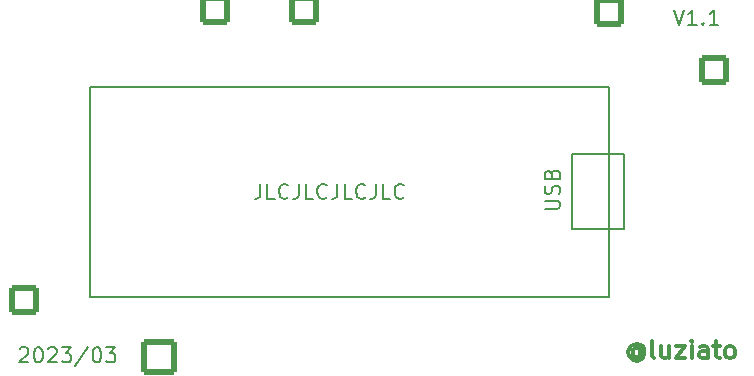
<source format=gbr>
%TF.GenerationSoftware,KiCad,Pcbnew,(7.0.0)*%
%TF.CreationDate,2023-03-08T14:36:46+01:00*%
%TF.ProjectId,booth fendi,626f6f74-6820-4666-956e-64692e6b6963,rev?*%
%TF.SameCoordinates,Original*%
%TF.FileFunction,Legend,Top*%
%TF.FilePolarity,Positive*%
%FSLAX46Y46*%
G04 Gerber Fmt 4.6, Leading zero omitted, Abs format (unit mm)*
G04 Created by KiCad (PCBNEW (7.0.0)) date 2023-03-08 14:36:46*
%MOMM*%
%LPD*%
G01*
G04 APERTURE LIST*
G04 Aperture macros list*
%AMRoundRect*
0 Rectangle with rounded corners*
0 $1 Rounding radius*
0 $2 $3 $4 $5 $6 $7 $8 $9 X,Y pos of 4 corners*
0 Add a 4 corners polygon primitive as box body*
4,1,4,$2,$3,$4,$5,$6,$7,$8,$9,$2,$3,0*
0 Add four circle primitives for the rounded corners*
1,1,$1+$1,$2,$3*
1,1,$1+$1,$4,$5*
1,1,$1+$1,$6,$7*
1,1,$1+$1,$8,$9*
0 Add four rect primitives between the rounded corners*
20,1,$1+$1,$2,$3,$4,$5,0*
20,1,$1+$1,$4,$5,$6,$7,0*
20,1,$1+$1,$6,$7,$8,$9,0*
20,1,$1+$1,$8,$9,$2,$3,0*%
G04 Aperture macros list end*
%ADD10C,0.177800*%
%ADD11C,0.299720*%
%ADD12C,0.150000*%
%ADD13RoundRect,0.249999X-1.025001X1.025001X-1.025001X-1.025001X1.025001X-1.025001X1.025001X1.025001X0*%
%ADD14C,2.550000*%
%ADD15RoundRect,0.249999X1.025001X1.025001X-1.025001X1.025001X-1.025001X-1.025001X1.025001X-1.025001X0*%
%ADD16RoundRect,0.249999X-1.025001X-1.025001X1.025001X-1.025001X1.025001X1.025001X-1.025001X1.025001X0*%
%ADD17RoundRect,0.249999X1.025001X-1.025001X1.025001X1.025001X-1.025001X1.025001X-1.025001X-1.025001X0*%
%ADD18C,1.800000*%
%ADD19C,1.727200*%
%ADD20R,1.727200X1.727200*%
%ADD21RoundRect,0.249999X-1.300001X-1.300001X1.300001X-1.300001X1.300001X1.300001X-1.300001X1.300001X0*%
%ADD22C,3.100000*%
G04 APERTURE END LIST*
D10*
X143159238Y-88242623D02*
X143159238Y-89149766D01*
X143159238Y-89149766D02*
X143098761Y-89331195D01*
X143098761Y-89331195D02*
X142977809Y-89452147D01*
X142977809Y-89452147D02*
X142796380Y-89512623D01*
X142796380Y-89512623D02*
X142675428Y-89512623D01*
X144368761Y-89512623D02*
X143763999Y-89512623D01*
X143763999Y-89512623D02*
X143763999Y-88242623D01*
X145517809Y-89391671D02*
X145457333Y-89452147D01*
X145457333Y-89452147D02*
X145275904Y-89512623D01*
X145275904Y-89512623D02*
X145154952Y-89512623D01*
X145154952Y-89512623D02*
X144973523Y-89452147D01*
X144973523Y-89452147D02*
X144852571Y-89331195D01*
X144852571Y-89331195D02*
X144792094Y-89210242D01*
X144792094Y-89210242D02*
X144731618Y-88968338D01*
X144731618Y-88968338D02*
X144731618Y-88786909D01*
X144731618Y-88786909D02*
X144792094Y-88545004D01*
X144792094Y-88545004D02*
X144852571Y-88424052D01*
X144852571Y-88424052D02*
X144973523Y-88303100D01*
X144973523Y-88303100D02*
X145154952Y-88242623D01*
X145154952Y-88242623D02*
X145275904Y-88242623D01*
X145275904Y-88242623D02*
X145457333Y-88303100D01*
X145457333Y-88303100D02*
X145517809Y-88363576D01*
X146424952Y-88242623D02*
X146424952Y-89149766D01*
X146424952Y-89149766D02*
X146364475Y-89331195D01*
X146364475Y-89331195D02*
X146243523Y-89452147D01*
X146243523Y-89452147D02*
X146062094Y-89512623D01*
X146062094Y-89512623D02*
X145941142Y-89512623D01*
X147634475Y-89512623D02*
X147029713Y-89512623D01*
X147029713Y-89512623D02*
X147029713Y-88242623D01*
X148783523Y-89391671D02*
X148723047Y-89452147D01*
X148723047Y-89452147D02*
X148541618Y-89512623D01*
X148541618Y-89512623D02*
X148420666Y-89512623D01*
X148420666Y-89512623D02*
X148239237Y-89452147D01*
X148239237Y-89452147D02*
X148118285Y-89331195D01*
X148118285Y-89331195D02*
X148057808Y-89210242D01*
X148057808Y-89210242D02*
X147997332Y-88968338D01*
X147997332Y-88968338D02*
X147997332Y-88786909D01*
X147997332Y-88786909D02*
X148057808Y-88545004D01*
X148057808Y-88545004D02*
X148118285Y-88424052D01*
X148118285Y-88424052D02*
X148239237Y-88303100D01*
X148239237Y-88303100D02*
X148420666Y-88242623D01*
X148420666Y-88242623D02*
X148541618Y-88242623D01*
X148541618Y-88242623D02*
X148723047Y-88303100D01*
X148723047Y-88303100D02*
X148783523Y-88363576D01*
X149690666Y-88242623D02*
X149690666Y-89149766D01*
X149690666Y-89149766D02*
X149630189Y-89331195D01*
X149630189Y-89331195D02*
X149509237Y-89452147D01*
X149509237Y-89452147D02*
X149327808Y-89512623D01*
X149327808Y-89512623D02*
X149206856Y-89512623D01*
X150900189Y-89512623D02*
X150295427Y-89512623D01*
X150295427Y-89512623D02*
X150295427Y-88242623D01*
X152049237Y-89391671D02*
X151988761Y-89452147D01*
X151988761Y-89452147D02*
X151807332Y-89512623D01*
X151807332Y-89512623D02*
X151686380Y-89512623D01*
X151686380Y-89512623D02*
X151504951Y-89452147D01*
X151504951Y-89452147D02*
X151383999Y-89331195D01*
X151383999Y-89331195D02*
X151323522Y-89210242D01*
X151323522Y-89210242D02*
X151263046Y-88968338D01*
X151263046Y-88968338D02*
X151263046Y-88786909D01*
X151263046Y-88786909D02*
X151323522Y-88545004D01*
X151323522Y-88545004D02*
X151383999Y-88424052D01*
X151383999Y-88424052D02*
X151504951Y-88303100D01*
X151504951Y-88303100D02*
X151686380Y-88242623D01*
X151686380Y-88242623D02*
X151807332Y-88242623D01*
X151807332Y-88242623D02*
X151988761Y-88303100D01*
X151988761Y-88303100D02*
X152049237Y-88363576D01*
X152956380Y-88242623D02*
X152956380Y-89149766D01*
X152956380Y-89149766D02*
X152895903Y-89331195D01*
X152895903Y-89331195D02*
X152774951Y-89452147D01*
X152774951Y-89452147D02*
X152593522Y-89512623D01*
X152593522Y-89512623D02*
X152472570Y-89512623D01*
X154165903Y-89512623D02*
X153561141Y-89512623D01*
X153561141Y-89512623D02*
X153561141Y-88242623D01*
X155314951Y-89391671D02*
X155254475Y-89452147D01*
X155254475Y-89452147D02*
X155073046Y-89512623D01*
X155073046Y-89512623D02*
X154952094Y-89512623D01*
X154952094Y-89512623D02*
X154770665Y-89452147D01*
X154770665Y-89452147D02*
X154649713Y-89331195D01*
X154649713Y-89331195D02*
X154589236Y-89210242D01*
X154589236Y-89210242D02*
X154528760Y-88968338D01*
X154528760Y-88968338D02*
X154528760Y-88786909D01*
X154528760Y-88786909D02*
X154589236Y-88545004D01*
X154589236Y-88545004D02*
X154649713Y-88424052D01*
X154649713Y-88424052D02*
X154770665Y-88303100D01*
X154770665Y-88303100D02*
X154952094Y-88242623D01*
X154952094Y-88242623D02*
X155073046Y-88242623D01*
X155073046Y-88242623D02*
X155254475Y-88303100D01*
X155254475Y-88303100D02*
X155314951Y-88363576D01*
X122796904Y-102206576D02*
X122857380Y-102146100D01*
X122857380Y-102146100D02*
X122978333Y-102085623D01*
X122978333Y-102085623D02*
X123280714Y-102085623D01*
X123280714Y-102085623D02*
X123401666Y-102146100D01*
X123401666Y-102146100D02*
X123462142Y-102206576D01*
X123462142Y-102206576D02*
X123522619Y-102327528D01*
X123522619Y-102327528D02*
X123522619Y-102448480D01*
X123522619Y-102448480D02*
X123462142Y-102629909D01*
X123462142Y-102629909D02*
X122736428Y-103355623D01*
X122736428Y-103355623D02*
X123522619Y-103355623D01*
X124308809Y-102085623D02*
X124429762Y-102085623D01*
X124429762Y-102085623D02*
X124550714Y-102146100D01*
X124550714Y-102146100D02*
X124611190Y-102206576D01*
X124611190Y-102206576D02*
X124671666Y-102327528D01*
X124671666Y-102327528D02*
X124732143Y-102569433D01*
X124732143Y-102569433D02*
X124732143Y-102871814D01*
X124732143Y-102871814D02*
X124671666Y-103113719D01*
X124671666Y-103113719D02*
X124611190Y-103234671D01*
X124611190Y-103234671D02*
X124550714Y-103295147D01*
X124550714Y-103295147D02*
X124429762Y-103355623D01*
X124429762Y-103355623D02*
X124308809Y-103355623D01*
X124308809Y-103355623D02*
X124187857Y-103295147D01*
X124187857Y-103295147D02*
X124127381Y-103234671D01*
X124127381Y-103234671D02*
X124066904Y-103113719D01*
X124066904Y-103113719D02*
X124006428Y-102871814D01*
X124006428Y-102871814D02*
X124006428Y-102569433D01*
X124006428Y-102569433D02*
X124066904Y-102327528D01*
X124066904Y-102327528D02*
X124127381Y-102206576D01*
X124127381Y-102206576D02*
X124187857Y-102146100D01*
X124187857Y-102146100D02*
X124308809Y-102085623D01*
X125215952Y-102206576D02*
X125276428Y-102146100D01*
X125276428Y-102146100D02*
X125397381Y-102085623D01*
X125397381Y-102085623D02*
X125699762Y-102085623D01*
X125699762Y-102085623D02*
X125820714Y-102146100D01*
X125820714Y-102146100D02*
X125881190Y-102206576D01*
X125881190Y-102206576D02*
X125941667Y-102327528D01*
X125941667Y-102327528D02*
X125941667Y-102448480D01*
X125941667Y-102448480D02*
X125881190Y-102629909D01*
X125881190Y-102629909D02*
X125155476Y-103355623D01*
X125155476Y-103355623D02*
X125941667Y-103355623D01*
X126365000Y-102085623D02*
X127151191Y-102085623D01*
X127151191Y-102085623D02*
X126727857Y-102569433D01*
X126727857Y-102569433D02*
X126909286Y-102569433D01*
X126909286Y-102569433D02*
X127030238Y-102629909D01*
X127030238Y-102629909D02*
X127090714Y-102690385D01*
X127090714Y-102690385D02*
X127151191Y-102811338D01*
X127151191Y-102811338D02*
X127151191Y-103113719D01*
X127151191Y-103113719D02*
X127090714Y-103234671D01*
X127090714Y-103234671D02*
X127030238Y-103295147D01*
X127030238Y-103295147D02*
X126909286Y-103355623D01*
X126909286Y-103355623D02*
X126546429Y-103355623D01*
X126546429Y-103355623D02*
X126425476Y-103295147D01*
X126425476Y-103295147D02*
X126365000Y-103234671D01*
X128602619Y-102025147D02*
X127514048Y-103658004D01*
X129267857Y-102085623D02*
X129388810Y-102085623D01*
X129388810Y-102085623D02*
X129509762Y-102146100D01*
X129509762Y-102146100D02*
X129570238Y-102206576D01*
X129570238Y-102206576D02*
X129630714Y-102327528D01*
X129630714Y-102327528D02*
X129691191Y-102569433D01*
X129691191Y-102569433D02*
X129691191Y-102871814D01*
X129691191Y-102871814D02*
X129630714Y-103113719D01*
X129630714Y-103113719D02*
X129570238Y-103234671D01*
X129570238Y-103234671D02*
X129509762Y-103295147D01*
X129509762Y-103295147D02*
X129388810Y-103355623D01*
X129388810Y-103355623D02*
X129267857Y-103355623D01*
X129267857Y-103355623D02*
X129146905Y-103295147D01*
X129146905Y-103295147D02*
X129086429Y-103234671D01*
X129086429Y-103234671D02*
X129025952Y-103113719D01*
X129025952Y-103113719D02*
X128965476Y-102871814D01*
X128965476Y-102871814D02*
X128965476Y-102569433D01*
X128965476Y-102569433D02*
X129025952Y-102327528D01*
X129025952Y-102327528D02*
X129086429Y-102206576D01*
X129086429Y-102206576D02*
X129146905Y-102146100D01*
X129146905Y-102146100D02*
X129267857Y-102085623D01*
X130114524Y-102085623D02*
X130900715Y-102085623D01*
X130900715Y-102085623D02*
X130477381Y-102569433D01*
X130477381Y-102569433D02*
X130658810Y-102569433D01*
X130658810Y-102569433D02*
X130779762Y-102629909D01*
X130779762Y-102629909D02*
X130840238Y-102690385D01*
X130840238Y-102690385D02*
X130900715Y-102811338D01*
X130900715Y-102811338D02*
X130900715Y-103113719D01*
X130900715Y-103113719D02*
X130840238Y-103234671D01*
X130840238Y-103234671D02*
X130779762Y-103295147D01*
X130779762Y-103295147D02*
X130658810Y-103355623D01*
X130658810Y-103355623D02*
X130295953Y-103355623D01*
X130295953Y-103355623D02*
X130175000Y-103295147D01*
X130175000Y-103295147D02*
X130114524Y-103234671D01*
X169545000Y-85725000D02*
X173990000Y-85725000D01*
X173990000Y-85725000D02*
X173990000Y-92075000D01*
X173990000Y-92075000D02*
X169545000Y-92075000D01*
X169545000Y-92075000D02*
X169545000Y-85725000D01*
X167236623Y-90375619D02*
X168264719Y-90375619D01*
X168264719Y-90375619D02*
X168385671Y-90315142D01*
X168385671Y-90315142D02*
X168446147Y-90254666D01*
X168446147Y-90254666D02*
X168506623Y-90133714D01*
X168506623Y-90133714D02*
X168506623Y-89891809D01*
X168506623Y-89891809D02*
X168446147Y-89770857D01*
X168446147Y-89770857D02*
X168385671Y-89710380D01*
X168385671Y-89710380D02*
X168264719Y-89649904D01*
X168264719Y-89649904D02*
X167236623Y-89649904D01*
X168446147Y-89105619D02*
X168506623Y-88924190D01*
X168506623Y-88924190D02*
X168506623Y-88621809D01*
X168506623Y-88621809D02*
X168446147Y-88500857D01*
X168446147Y-88500857D02*
X168385671Y-88440381D01*
X168385671Y-88440381D02*
X168264719Y-88379904D01*
X168264719Y-88379904D02*
X168143766Y-88379904D01*
X168143766Y-88379904D02*
X168022814Y-88440381D01*
X168022814Y-88440381D02*
X167962338Y-88500857D01*
X167962338Y-88500857D02*
X167901861Y-88621809D01*
X167901861Y-88621809D02*
X167841385Y-88863714D01*
X167841385Y-88863714D02*
X167780909Y-88984666D01*
X167780909Y-88984666D02*
X167720433Y-89045143D01*
X167720433Y-89045143D02*
X167599480Y-89105619D01*
X167599480Y-89105619D02*
X167478528Y-89105619D01*
X167478528Y-89105619D02*
X167357576Y-89045143D01*
X167357576Y-89045143D02*
X167297100Y-88984666D01*
X167297100Y-88984666D02*
X167236623Y-88863714D01*
X167236623Y-88863714D02*
X167236623Y-88561333D01*
X167236623Y-88561333D02*
X167297100Y-88379904D01*
X167841385Y-87412285D02*
X167901861Y-87230857D01*
X167901861Y-87230857D02*
X167962338Y-87170380D01*
X167962338Y-87170380D02*
X168083290Y-87109904D01*
X168083290Y-87109904D02*
X168264719Y-87109904D01*
X168264719Y-87109904D02*
X168385671Y-87170380D01*
X168385671Y-87170380D02*
X168446147Y-87230857D01*
X168446147Y-87230857D02*
X168506623Y-87351809D01*
X168506623Y-87351809D02*
X168506623Y-87835619D01*
X168506623Y-87835619D02*
X167236623Y-87835619D01*
X167236623Y-87835619D02*
X167236623Y-87412285D01*
X167236623Y-87412285D02*
X167297100Y-87291333D01*
X167297100Y-87291333D02*
X167357576Y-87230857D01*
X167357576Y-87230857D02*
X167478528Y-87170380D01*
X167478528Y-87170380D02*
X167599480Y-87170380D01*
X167599480Y-87170380D02*
X167720433Y-87230857D01*
X167720433Y-87230857D02*
X167780909Y-87291333D01*
X167780909Y-87291333D02*
X167841385Y-87412285D01*
X167841385Y-87412285D02*
X167841385Y-87835619D01*
D11*
X175325314Y-102287457D02*
X175253952Y-102216095D01*
X175253952Y-102216095D02*
X175111228Y-102144733D01*
X175111228Y-102144733D02*
X174968504Y-102144733D01*
X174968504Y-102144733D02*
X174825780Y-102216095D01*
X174825780Y-102216095D02*
X174754419Y-102287457D01*
X174754419Y-102287457D02*
X174683057Y-102430180D01*
X174683057Y-102430180D02*
X174683057Y-102572904D01*
X174683057Y-102572904D02*
X174754419Y-102715628D01*
X174754419Y-102715628D02*
X174825780Y-102786990D01*
X174825780Y-102786990D02*
X174968504Y-102858352D01*
X174968504Y-102858352D02*
X175111228Y-102858352D01*
X175111228Y-102858352D02*
X175253952Y-102786990D01*
X175253952Y-102786990D02*
X175325314Y-102715628D01*
X175325314Y-102144733D02*
X175325314Y-102715628D01*
X175325314Y-102715628D02*
X175396676Y-102786990D01*
X175396676Y-102786990D02*
X175468038Y-102786990D01*
X175468038Y-102786990D02*
X175610761Y-102715628D01*
X175610761Y-102715628D02*
X175682123Y-102572904D01*
X175682123Y-102572904D02*
X175682123Y-102216095D01*
X175682123Y-102216095D02*
X175539400Y-102002009D01*
X175539400Y-102002009D02*
X175325314Y-101859285D01*
X175325314Y-101859285D02*
X175039866Y-101787923D01*
X175039866Y-101787923D02*
X174754419Y-101859285D01*
X174754419Y-101859285D02*
X174540333Y-102002009D01*
X174540333Y-102002009D02*
X174397609Y-102216095D01*
X174397609Y-102216095D02*
X174326247Y-102501542D01*
X174326247Y-102501542D02*
X174397609Y-102786990D01*
X174397609Y-102786990D02*
X174540333Y-103001076D01*
X174540333Y-103001076D02*
X174754419Y-103143799D01*
X174754419Y-103143799D02*
X175039866Y-103215161D01*
X175039866Y-103215161D02*
X175325314Y-103143799D01*
X175325314Y-103143799D02*
X175539400Y-103001076D01*
X176538466Y-103001076D02*
X176395742Y-102929714D01*
X176395742Y-102929714D02*
X176324380Y-102786990D01*
X176324380Y-102786990D02*
X176324380Y-101502476D01*
X177751618Y-102002009D02*
X177751618Y-103001076D01*
X177109361Y-102002009D02*
X177109361Y-102786990D01*
X177109361Y-102786990D02*
X177180723Y-102929714D01*
X177180723Y-102929714D02*
X177323447Y-103001076D01*
X177323447Y-103001076D02*
X177537532Y-103001076D01*
X177537532Y-103001076D02*
X177680256Y-102929714D01*
X177680256Y-102929714D02*
X177751618Y-102858352D01*
X178322513Y-102002009D02*
X179107494Y-102002009D01*
X179107494Y-102002009D02*
X178322513Y-103001076D01*
X178322513Y-103001076D02*
X179107494Y-103001076D01*
X179678389Y-103001076D02*
X179678389Y-102002009D01*
X179678389Y-101502476D02*
X179607027Y-101573838D01*
X179607027Y-101573838D02*
X179678389Y-101645199D01*
X179678389Y-101645199D02*
X179749751Y-101573838D01*
X179749751Y-101573838D02*
X179678389Y-101502476D01*
X179678389Y-101502476D02*
X179678389Y-101645199D01*
X181034265Y-103001076D02*
X181034265Y-102216095D01*
X181034265Y-102216095D02*
X180962903Y-102073371D01*
X180962903Y-102073371D02*
X180820179Y-102002009D01*
X180820179Y-102002009D02*
X180534732Y-102002009D01*
X180534732Y-102002009D02*
X180392008Y-102073371D01*
X181034265Y-102929714D02*
X180891541Y-103001076D01*
X180891541Y-103001076D02*
X180534732Y-103001076D01*
X180534732Y-103001076D02*
X180392008Y-102929714D01*
X180392008Y-102929714D02*
X180320646Y-102786990D01*
X180320646Y-102786990D02*
X180320646Y-102644266D01*
X180320646Y-102644266D02*
X180392008Y-102501542D01*
X180392008Y-102501542D02*
X180534732Y-102430180D01*
X180534732Y-102430180D02*
X180891541Y-102430180D01*
X180891541Y-102430180D02*
X181034265Y-102358818D01*
X181533798Y-102002009D02*
X182104694Y-102002009D01*
X181747884Y-101502476D02*
X181747884Y-102786990D01*
X181747884Y-102786990D02*
X181819246Y-102929714D01*
X181819246Y-102929714D02*
X181961970Y-103001076D01*
X181961970Y-103001076D02*
X182104694Y-103001076D01*
X182818313Y-103001076D02*
X182675589Y-102929714D01*
X182675589Y-102929714D02*
X182604227Y-102858352D01*
X182604227Y-102858352D02*
X182532865Y-102715628D01*
X182532865Y-102715628D02*
X182532865Y-102287457D01*
X182532865Y-102287457D02*
X182604227Y-102144733D01*
X182604227Y-102144733D02*
X182675589Y-102073371D01*
X182675589Y-102073371D02*
X182818313Y-102002009D01*
X182818313Y-102002009D02*
X183032398Y-102002009D01*
X183032398Y-102002009D02*
X183175122Y-102073371D01*
X183175122Y-102073371D02*
X183246484Y-102144733D01*
X183246484Y-102144733D02*
X183317846Y-102287457D01*
X183317846Y-102287457D02*
X183317846Y-102715628D01*
X183317846Y-102715628D02*
X183246484Y-102858352D01*
X183246484Y-102858352D02*
X183175122Y-102929714D01*
X183175122Y-102929714D02*
X183032398Y-103001076D01*
X183032398Y-103001076D02*
X182818313Y-103001076D01*
D10*
X178174952Y-73510623D02*
X178598285Y-74780623D01*
X178598285Y-74780623D02*
X179021619Y-73510623D01*
X180110190Y-74780623D02*
X179384475Y-74780623D01*
X179747332Y-74780623D02*
X179747332Y-73510623D01*
X179747332Y-73510623D02*
X179626380Y-73692052D01*
X179626380Y-73692052D02*
X179505428Y-73813004D01*
X179505428Y-73813004D02*
X179384475Y-73873480D01*
X180654475Y-74659671D02*
X180714952Y-74720147D01*
X180714952Y-74720147D02*
X180654475Y-74780623D01*
X180654475Y-74780623D02*
X180593999Y-74720147D01*
X180593999Y-74720147D02*
X180654475Y-74659671D01*
X180654475Y-74659671D02*
X180654475Y-74780623D01*
X181924476Y-74780623D02*
X181198761Y-74780623D01*
X181561618Y-74780623D02*
X181561618Y-73510623D01*
X181561618Y-73510623D02*
X181440666Y-73692052D01*
X181440666Y-73692052D02*
X181319714Y-73813004D01*
X181319714Y-73813004D02*
X181198761Y-73873480D01*
D12*
%TO.C,A1*%
X128710000Y-97790000D02*
X172720000Y-97790000D01*
X128710000Y-97790000D02*
X128710000Y-80010000D01*
X172720000Y-97790000D02*
X172720000Y-80010000D01*
X128710000Y-80010000D02*
X172720000Y-80010000D01*
%TD*%
%LPC*%
D13*
%TO.C,J6*%
X181610000Y-78590000D03*
D14*
X181610000Y-83390000D03*
X181610000Y-88190000D03*
X181610000Y-92990000D03*
X181610000Y-97790000D03*
%TD*%
D15*
%TO.C,J4*%
X172720000Y-73660000D03*
D14*
X167920000Y-73660000D03*
X163120000Y-73660000D03*
%TD*%
D15*
%TO.C,J2*%
X139319000Y-73533000D03*
D14*
X134519000Y-73533000D03*
X129719000Y-73533000D03*
%TD*%
D16*
%TO.C,J7*%
X146864000Y-73533000D03*
D14*
X151664000Y-73533000D03*
X156464000Y-73533000D03*
%TD*%
D17*
%TO.C,J3*%
X123190000Y-98044000D03*
D14*
X123190000Y-93244000D03*
X123190000Y-88444000D03*
X123190000Y-83644000D03*
X123190000Y-78844000D03*
%TD*%
D18*
%TO.C,A1*%
X130810000Y-96520000D03*
X171450000Y-96520000D03*
X130810000Y-81280000D03*
X171450000Y-81280000D03*
D19*
X166370000Y-81280000D03*
X140970000Y-81280000D03*
X161290000Y-81280000D03*
X158750000Y-81280000D03*
X156210000Y-81280000D03*
X153670000Y-81280000D03*
X151130000Y-81280000D03*
X148590000Y-81280000D03*
X146050000Y-81280000D03*
X143510000Y-81280000D03*
X163830000Y-81280000D03*
X135890000Y-96520000D03*
X133350000Y-96520000D03*
X143510000Y-96520000D03*
X146050000Y-96520000D03*
X148590000Y-96520000D03*
X151130000Y-96520000D03*
X153670000Y-96520000D03*
X156210000Y-96520000D03*
X158750000Y-96520000D03*
X161290000Y-96520000D03*
X163830000Y-96520000D03*
X166370000Y-96520000D03*
X168910000Y-96520000D03*
X168910000Y-81280000D03*
D20*
X140969999Y-96519999D03*
X135889999Y-81279999D03*
D19*
X138430000Y-96520000D03*
X138430000Y-81280000D03*
X133350000Y-81280000D03*
%TD*%
D21*
%TO.C,J5*%
X134620000Y-102870000D03*
D22*
X140620000Y-102870000D03*
X146620000Y-102870000D03*
X152620000Y-102870000D03*
X158620000Y-102870000D03*
X164620000Y-102870000D03*
X170615976Y-102870000D03*
%TD*%
M02*

</source>
